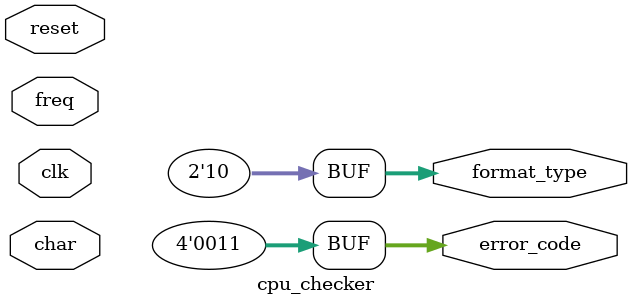
<source format=v>
`timescale 1ns / 1ps

//////this is a test module,not for cheating!
module cpu_checker(
    input clk,
    input reset,
    input [7:0] char,
    input [15:0] freq,
    output [1:0] format_type,
    output [3:0] error_code
    );
   assign format_type = 2'b10;
	assign error_code = 4'b0011;

endmodule

</source>
